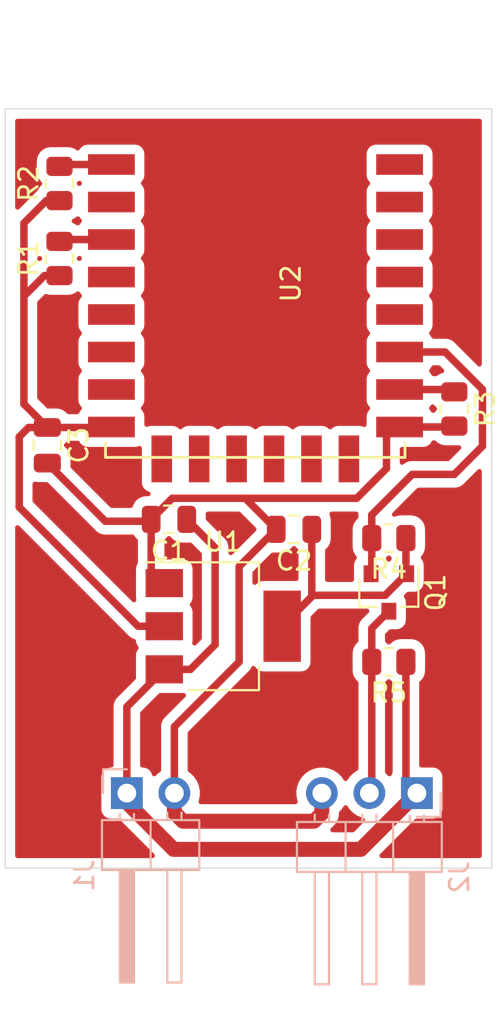
<source format=kicad_pcb>
(kicad_pcb (version 20171130) (host pcbnew "(5.1.10)-1")

  (general
    (thickness 1.6)
    (drawings 6)
    (tracks 77)
    (zones 0)
    (modules 13)
    (nets 19)
  )

  (page A4)
  (layers
    (0 F.Cu signal)
    (31 B.Cu signal)
    (32 B.Adhes user)
    (33 F.Adhes user)
    (34 B.Paste user)
    (35 F.Paste user)
    (36 B.SilkS user)
    (37 F.SilkS user)
    (38 B.Mask user)
    (39 F.Mask user)
    (40 Dwgs.User user)
    (41 Cmts.User user)
    (42 Eco1.User user)
    (43 Eco2.User user)
    (44 Edge.Cuts user)
    (45 Margin user)
    (46 B.CrtYd user)
    (47 F.CrtYd user)
    (48 B.Fab user)
    (49 F.Fab user)
  )

  (setup
    (last_trace_width 0.4)
    (user_trace_width 0.9)
    (trace_clearance 0.2)
    (zone_clearance 0.508)
    (zone_45_only yes)
    (trace_min 0.2)
    (via_size 0.9)
    (via_drill 0.4)
    (via_min_size 0.4)
    (via_min_drill 0.3)
    (uvia_size 0.3)
    (uvia_drill 0.1)
    (uvias_allowed no)
    (uvia_min_size 0.2)
    (uvia_min_drill 0.1)
    (edge_width 0.05)
    (segment_width 0.2)
    (pcb_text_width 0.3)
    (pcb_text_size 1.5 1.5)
    (mod_edge_width 0.12)
    (mod_text_size 1 1)
    (mod_text_width 0.15)
    (pad_size 1.7 1.7)
    (pad_drill 1)
    (pad_to_mask_clearance 0)
    (aux_axis_origin 0 0)
    (visible_elements 7FFFFFFF)
    (pcbplotparams
      (layerselection 0x010fc_ffffffff)
      (usegerberextensions false)
      (usegerberattributes true)
      (usegerberadvancedattributes true)
      (creategerberjobfile true)
      (excludeedgelayer true)
      (linewidth 0.100000)
      (plotframeref false)
      (viasonmask false)
      (mode 1)
      (useauxorigin false)
      (hpglpennumber 1)
      (hpglpenspeed 20)
      (hpglpendiameter 15.000000)
      (psnegative false)
      (psa4output false)
      (plotreference true)
      (plotvalue true)
      (plotinvisibletext false)
      (padsonsilk false)
      (subtractmaskfromsilk false)
      (outputformat 1)
      (mirror false)
      (drillshape 1)
      (scaleselection 1)
      (outputdirectory ""))
  )

  (net 0 "")
  (net 1 +5V)
  (net 2 GND)
  (net 3 "Net-(C2-Pad1)")
  (net 4 "Net-(J2-Pad2)")
  (net 5 "Net-(Q1-Pad2)")
  (net 6 "Net-(R1-Pad2)")
  (net 7 "Net-(R2-Pad2)")
  (net 8 "Net-(R3-Pad1)")
  (net 9 "Net-(U2-Pad2)")
  (net 10 "Net-(U2-Pad4)")
  (net 11 "Net-(U2-Pad5)")
  (net 12 "Net-(U2-Pad6)")
  (net 13 "Net-(U2-Pad7)")
  (net 14 "Net-(U2-Pad12)")
  (net 15 "Net-(U2-Pad13)")
  (net 16 "Net-(U2-Pad14)")
  (net 17 "Net-(U2-Pad15)")
  (net 18 "Net-(U2-Pad16)")

  (net_class Default "This is the default net class."
    (clearance 0.2)
    (trace_width 0.4)
    (via_dia 0.9)
    (via_drill 0.4)
    (uvia_dia 0.3)
    (uvia_drill 0.1)
    (add_net +5V)
    (add_net GND)
    (add_net "Net-(C2-Pad1)")
    (add_net "Net-(J2-Pad2)")
    (add_net "Net-(Q1-Pad2)")
    (add_net "Net-(R1-Pad2)")
    (add_net "Net-(R2-Pad2)")
    (add_net "Net-(R3-Pad1)")
    (add_net "Net-(U2-Pad12)")
    (add_net "Net-(U2-Pad13)")
    (add_net "Net-(U2-Pad14)")
    (add_net "Net-(U2-Pad15)")
    (add_net "Net-(U2-Pad16)")
    (add_net "Net-(U2-Pad2)")
    (add_net "Net-(U2-Pad4)")
    (add_net "Net-(U2-Pad5)")
    (add_net "Net-(U2-Pad6)")
    (add_net "Net-(U2-Pad7)")
  )

  (module Connector_PinHeader_2.54mm:PinHeader_1x03_P2.54mm_Horizontal (layer B.Cu) (tedit 63BEDDBD) (tstamp 63BF14FD)
    (at 42 68.5 90)
    (descr "Through hole angled pin header, 1x03, 2.54mm pitch, 6mm pin length, single row")
    (tags "Through hole angled pin header THT 1x03 2.54mm single row")
    (path /63B65C9C)
    (fp_text reference J2 (at -4.485 2.27 -90) (layer B.SilkS)
      (effects (font (size 1 1) (thickness 0.15)) (justify mirror))
    )
    (fp_text value Conn_01x03_Female (at -4.6 -7.8 -90) (layer B.Fab)
      (effects (font (size 1 1) (thickness 0.15)) (justify mirror))
    )
    (fp_line (start -10.65 1.8) (end 1.7 1.8) (layer B.CrtYd) (width 0.05))
    (fp_line (start -10.65 -6.85) (end -10.65 1.8) (layer B.CrtYd) (width 0.05))
    (fp_line (start 1.7 -6.85) (end -10.65 -6.85) (layer B.CrtYd) (width 0.05))
    (fp_line (start 1.7 1.8) (end 1.7 -6.85) (layer B.CrtYd) (width 0.05))
    (fp_line (start -1.27 1.27) (end 0 1.27) (layer B.SilkS) (width 0.12))
    (fp_line (start -1.27 0) (end -1.27 1.27) (layer B.SilkS) (width 0.12))
    (fp_line (start -1.142929 -5.46) (end -1.54 -5.46) (layer B.SilkS) (width 0.12))
    (fp_line (start -1.142929 -4.7) (end -1.54 -4.7) (layer B.SilkS) (width 0.12))
    (fp_line (start -10.2 -5.46) (end -4.2 -5.46) (layer B.SilkS) (width 0.12))
    (fp_line (start -10.2 -4.7) (end -10.2 -5.46) (layer B.SilkS) (width 0.12))
    (fp_line (start -4.2 -4.7) (end -10.2 -4.7) (layer B.SilkS) (width 0.12))
    (fp_line (start -1.54 -3.81) (end -4.2 -3.81) (layer B.SilkS) (width 0.12))
    (fp_line (start -1.142929 -2.92) (end -1.54 -2.92) (layer B.SilkS) (width 0.12))
    (fp_line (start -1.142929 -2.16) (end -1.54 -2.16) (layer B.SilkS) (width 0.12))
    (fp_line (start -10.2 -2.92) (end -4.2 -2.92) (layer B.SilkS) (width 0.12))
    (fp_line (start -10.2 -2.16) (end -10.2 -2.92) (layer B.SilkS) (width 0.12))
    (fp_line (start -4.2 -2.16) (end -10.2 -2.16) (layer B.SilkS) (width 0.12))
    (fp_line (start -1.54 -1.27) (end -4.2 -1.27) (layer B.SilkS) (width 0.12))
    (fp_line (start -1.21 -0.38) (end -1.54 -0.38) (layer B.SilkS) (width 0.12))
    (fp_line (start -1.21 0.38) (end -1.54 0.38) (layer B.SilkS) (width 0.12))
    (fp_line (start -4.2 -0.28) (end -10.2 -0.28) (layer B.SilkS) (width 0.12))
    (fp_line (start -4.2 -0.16) (end -10.2 -0.16) (layer B.SilkS) (width 0.12))
    (fp_line (start -4.2 -0.04) (end -10.2 -0.04) (layer B.SilkS) (width 0.12))
    (fp_line (start -4.2 0.08) (end -10.2 0.08) (layer B.SilkS) (width 0.12))
    (fp_line (start -4.2 0.2) (end -10.2 0.2) (layer B.SilkS) (width 0.12))
    (fp_line (start -4.2 0.32) (end -10.2 0.32) (layer B.SilkS) (width 0.12))
    (fp_line (start -10.2 -0.38) (end -4.2 -0.38) (layer B.SilkS) (width 0.12))
    (fp_line (start -10.2 0.38) (end -10.2 -0.38) (layer B.SilkS) (width 0.12))
    (fp_line (start -4.2 0.38) (end -10.2 0.38) (layer B.SilkS) (width 0.12))
    (fp_line (start -4.2 1.33) (end -1.54 1.33) (layer B.SilkS) (width 0.12))
    (fp_line (start -4.2 -6.41) (end -4.2 1.33) (layer B.SilkS) (width 0.12))
    (fp_line (start -1.54 -6.41) (end -4.2 -6.41) (layer B.SilkS) (width 0.12))
    (fp_line (start -1.54 1.33) (end -1.54 -6.41) (layer B.SilkS) (width 0.12))
    (fp_line (start -4.14 -5.4) (end -10.14 -5.4) (layer B.Fab) (width 0.1))
    (fp_line (start -10.14 -4.76) (end -10.14 -5.4) (layer B.Fab) (width 0.1))
    (fp_line (start -4.14 -4.76) (end -10.14 -4.76) (layer B.Fab) (width 0.1))
    (fp_line (start 0.22 -5.4) (end -1.6 -5.4) (layer B.Fab) (width 0.1))
    (fp_line (start -0.32 -4.76) (end -0.32 -5.4) (layer B.Fab) (width 0.1))
    (fp_line (start 0.22 -4.76) (end -1.6 -4.76) (layer B.Fab) (width 0.1))
    (fp_line (start -4.14 -2.86) (end -10.14 -2.86) (layer B.Fab) (width 0.1))
    (fp_line (start -10.14 -2.22) (end -10.14 -2.86) (layer B.Fab) (width 0.1))
    (fp_line (start -4.14 -2.22) (end -10.14 -2.22) (layer B.Fab) (width 0.1))
    (fp_line (start 0.22 -2.86) (end -1.6 -2.86) (layer B.Fab) (width 0.1))
    (fp_line (start -0.32 -2.22) (end -0.32 -2.86) (layer B.Fab) (width 0.1))
    (fp_line (start 0.22 -2.22) (end -1.6 -2.22) (layer B.Fab) (width 0.1))
    (fp_line (start -4.14 -0.32) (end -10.14 -0.32) (layer B.Fab) (width 0.1))
    (fp_line (start -10.14 0.32) (end -10.14 -0.32) (layer B.Fab) (width 0.1))
    (fp_line (start -4.14 0.32) (end -10.14 0.32) (layer B.Fab) (width 0.1))
    (fp_line (start 0.22 -0.32) (end -1.6 -0.32) (layer B.Fab) (width 0.1))
    (fp_line (start -0.32 0.32) (end -0.32 -0.32) (layer B.Fab) (width 0.1))
    (fp_line (start 0.22 0.32) (end -1.6 0.32) (layer B.Fab) (width 0.1))
    (fp_line (start -1.6 0.635) (end -2.235 1.27) (layer B.Fab) (width 0.1))
    (fp_line (start -1.6 -6.35) (end -1.6 0.635) (layer B.Fab) (width 0.1))
    (fp_line (start -4.14 -6.35) (end -1.6 -6.35) (layer B.Fab) (width 0.1))
    (fp_line (start -4.14 1.27) (end -4.14 -6.35) (layer B.Fab) (width 0.1))
    (fp_line (start -2.235 1.27) (end -4.14 1.27) (layer B.Fab) (width 0.1))
    (fp_text user %R (at -2.87 -2.54 180) (layer B.Fab)
      (effects (font (size 1 1) (thickness 0.15)) (justify mirror))
    )
    (pad 1 thru_hole rect (at 0 0 90) (size 1.7 1.7) (drill 1) (layers *.Cu *.Mask)
      (net 1 +5V))
    (pad 2 thru_hole oval (at 0 -2.54 90) (size 1.7 1.7) (drill 1) (layers *.Cu *.Mask)
      (net 4 "Net-(J2-Pad2)"))
    (pad 3 thru_hole oval (at 0 -5.08 90) (size 1.7 1.7) (drill 1) (layers *.Cu *.Mask)
      (net 2 GND))
    (model ${KISYS3DMOD}/Connector_PinHeader_2.54mm.3dshapes/PinHeader_1x03_P2.54mm_Horizontal.wrl
      (offset (xyz 0 -5 0))
      (scale (xyz 1 1 1))
      (rotate (xyz 0 0 -180))
    )
  )

  (module Connector_PinHeader_2.54mm:PinHeader_1x02_P2.54mm_Horizontal (layer B.Cu) (tedit 59FED5CB) (tstamp 63BF14CB)
    (at 26.5 68.5 270)
    (descr "Through hole angled pin header, 1x02, 2.54mm pitch, 6mm pin length, single row")
    (tags "Through hole angled pin header THT 1x02 2.54mm single row")
    (path /63B638D6)
    (fp_text reference J1 (at 4.385 2.27 270) (layer B.SilkS)
      (effects (font (size 1 1) (thickness 0.15)) (justify mirror))
    )
    (fp_text value Conn_01x02_Female (at 4.385 -4.81 270) (layer B.Fab)
      (effects (font (size 1 1) (thickness 0.15)) (justify mirror))
    )
    (fp_line (start 10.55 1.8) (end -1.8 1.8) (layer B.CrtYd) (width 0.05))
    (fp_line (start 10.55 -4.35) (end 10.55 1.8) (layer B.CrtYd) (width 0.05))
    (fp_line (start -1.8 -4.35) (end 10.55 -4.35) (layer B.CrtYd) (width 0.05))
    (fp_line (start -1.8 1.8) (end -1.8 -4.35) (layer B.CrtYd) (width 0.05))
    (fp_line (start -1.27 1.27) (end 0 1.27) (layer B.SilkS) (width 0.12))
    (fp_line (start -1.27 0) (end -1.27 1.27) (layer B.SilkS) (width 0.12))
    (fp_line (start 1.042929 -2.92) (end 1.44 -2.92) (layer B.SilkS) (width 0.12))
    (fp_line (start 1.042929 -2.16) (end 1.44 -2.16) (layer B.SilkS) (width 0.12))
    (fp_line (start 10.1 -2.92) (end 4.1 -2.92) (layer B.SilkS) (width 0.12))
    (fp_line (start 10.1 -2.16) (end 10.1 -2.92) (layer B.SilkS) (width 0.12))
    (fp_line (start 4.1 -2.16) (end 10.1 -2.16) (layer B.SilkS) (width 0.12))
    (fp_line (start 1.44 -1.27) (end 4.1 -1.27) (layer B.SilkS) (width 0.12))
    (fp_line (start 1.11 -0.38) (end 1.44 -0.38) (layer B.SilkS) (width 0.12))
    (fp_line (start 1.11 0.38) (end 1.44 0.38) (layer B.SilkS) (width 0.12))
    (fp_line (start 4.1 -0.28) (end 10.1 -0.28) (layer B.SilkS) (width 0.12))
    (fp_line (start 4.1 -0.16) (end 10.1 -0.16) (layer B.SilkS) (width 0.12))
    (fp_line (start 4.1 -0.04) (end 10.1 -0.04) (layer B.SilkS) (width 0.12))
    (fp_line (start 4.1 0.08) (end 10.1 0.08) (layer B.SilkS) (width 0.12))
    (fp_line (start 4.1 0.2) (end 10.1 0.2) (layer B.SilkS) (width 0.12))
    (fp_line (start 4.1 0.32) (end 10.1 0.32) (layer B.SilkS) (width 0.12))
    (fp_line (start 10.1 -0.38) (end 4.1 -0.38) (layer B.SilkS) (width 0.12))
    (fp_line (start 10.1 0.38) (end 10.1 -0.38) (layer B.SilkS) (width 0.12))
    (fp_line (start 4.1 0.38) (end 10.1 0.38) (layer B.SilkS) (width 0.12))
    (fp_line (start 4.1 1.33) (end 1.44 1.33) (layer B.SilkS) (width 0.12))
    (fp_line (start 4.1 -3.87) (end 4.1 1.33) (layer B.SilkS) (width 0.12))
    (fp_line (start 1.44 -3.87) (end 4.1 -3.87) (layer B.SilkS) (width 0.12))
    (fp_line (start 1.44 1.33) (end 1.44 -3.87) (layer B.SilkS) (width 0.12))
    (fp_line (start 4.04 -2.86) (end 10.04 -2.86) (layer B.Fab) (width 0.1))
    (fp_line (start 10.04 -2.22) (end 10.04 -2.86) (layer B.Fab) (width 0.1))
    (fp_line (start 4.04 -2.22) (end 10.04 -2.22) (layer B.Fab) (width 0.1))
    (fp_line (start -0.32 -2.86) (end 1.5 -2.86) (layer B.Fab) (width 0.1))
    (fp_line (start -0.32 -2.22) (end -0.32 -2.86) (layer B.Fab) (width 0.1))
    (fp_line (start -0.32 -2.22) (end 1.5 -2.22) (layer B.Fab) (width 0.1))
    (fp_line (start 4.04 -0.32) (end 10.04 -0.32) (layer B.Fab) (width 0.1))
    (fp_line (start 10.04 0.32) (end 10.04 -0.32) (layer B.Fab) (width 0.1))
    (fp_line (start 4.04 0.32) (end 10.04 0.32) (layer B.Fab) (width 0.1))
    (fp_line (start -0.32 -0.32) (end 1.5 -0.32) (layer B.Fab) (width 0.1))
    (fp_line (start -0.32 0.32) (end -0.32 -0.32) (layer B.Fab) (width 0.1))
    (fp_line (start -0.32 0.32) (end 1.5 0.32) (layer B.Fab) (width 0.1))
    (fp_line (start 1.5 0.635) (end 2.135 1.27) (layer B.Fab) (width 0.1))
    (fp_line (start 1.5 -3.81) (end 1.5 0.635) (layer B.Fab) (width 0.1))
    (fp_line (start 4.04 -3.81) (end 1.5 -3.81) (layer B.Fab) (width 0.1))
    (fp_line (start 4.04 1.27) (end 4.04 -3.81) (layer B.Fab) (width 0.1))
    (fp_line (start 2.135 1.27) (end 4.04 1.27) (layer B.Fab) (width 0.1))
    (fp_text user %R (at 2.77 -1.27) (layer B.Fab)
      (effects (font (size 1 1) (thickness 0.15)) (justify mirror))
    )
    (pad 1 thru_hole rect (at 0 0 270) (size 1.7 1.7) (drill 1) (layers *.Cu *.Mask)
      (net 1 +5V))
    (pad 2 thru_hole oval (at 0 -2.54 270) (size 1.7 1.7) (drill 1) (layers *.Cu *.Mask)
      (net 2 GND))
    (model ${KISYS3DMOD}/Connector_PinHeader_2.54mm.3dshapes/PinHeader_1x02_P2.54mm_Horizontal.wrl
      (at (xyz 0 0 0))
      (scale (xyz 1 1 1))
      (rotate (xyz 0 0 0))
    )
  )

  (module Capacitor_SMD:C_0805_2012Metric (layer F.Cu) (tedit 5F68FEEE) (tstamp 63B547BA)
    (at 28.75 53.9 180)
    (descr "Capacitor SMD 0805 (2012 Metric), square (rectangular) end terminal, IPC_7351 nominal, (Body size source: IPC-SM-782 page 76, https://www.pcb-3d.com/wordpress/wp-content/uploads/ipc-sm-782a_amendment_1_and_2.pdf, https://docs.google.com/spreadsheets/d/1BsfQQcO9C6DZCsRaXUlFlo91Tg2WpOkGARC1WS5S8t0/edit?usp=sharing), generated with kicad-footprint-generator")
    (tags capacitor)
    (path /63B5360C)
    (attr smd)
    (fp_text reference C1 (at 0 -1.68) (layer F.SilkS)
      (effects (font (size 1 1) (thickness 0.15)))
    )
    (fp_text value 100 (at 0 1.68) (layer F.Fab)
      (effects (font (size 1 1) (thickness 0.15)))
    )
    (fp_line (start -1 0.625) (end -1 -0.625) (layer F.Fab) (width 0.1))
    (fp_line (start -1 -0.625) (end 1 -0.625) (layer F.Fab) (width 0.1))
    (fp_line (start 1 -0.625) (end 1 0.625) (layer F.Fab) (width 0.1))
    (fp_line (start 1 0.625) (end -1 0.625) (layer F.Fab) (width 0.1))
    (fp_line (start -0.261252 -0.735) (end 0.261252 -0.735) (layer F.SilkS) (width 0.12))
    (fp_line (start -0.261252 0.735) (end 0.261252 0.735) (layer F.SilkS) (width 0.12))
    (fp_line (start -1.7 0.98) (end -1.7 -0.98) (layer F.CrtYd) (width 0.05))
    (fp_line (start -1.7 -0.98) (end 1.7 -0.98) (layer F.CrtYd) (width 0.05))
    (fp_line (start 1.7 -0.98) (end 1.7 0.98) (layer F.CrtYd) (width 0.05))
    (fp_line (start 1.7 0.98) (end -1.7 0.98) (layer F.CrtYd) (width 0.05))
    (fp_text user %R (at 0 0 180) (layer F.Fab)
      (effects (font (size 0.5 0.5) (thickness 0.08)))
    )
    (pad 1 smd roundrect (at -0.95 0 180) (size 1 1.45) (layers F.Cu F.Paste F.Mask) (roundrect_rratio 0.25)
      (net 1 +5V))
    (pad 2 smd roundrect (at 0.95 0 180) (size 1 1.45) (layers F.Cu F.Paste F.Mask) (roundrect_rratio 0.25)
      (net 2 GND))
    (model ${KISYS3DMOD}/Capacitor_SMD.3dshapes/C_0805_2012Metric.wrl
      (at (xyz 0 0 0))
      (scale (xyz 1 1 1))
      (rotate (xyz 0 0 0))
    )
  )

  (module Capacitor_SMD:C_0805_2012Metric (layer F.Cu) (tedit 5F68FEEE) (tstamp 63B547CB)
    (at 35.433 54.4322 180)
    (descr "Capacitor SMD 0805 (2012 Metric), square (rectangular) end terminal, IPC_7351 nominal, (Body size source: IPC-SM-782 page 76, https://www.pcb-3d.com/wordpress/wp-content/uploads/ipc-sm-782a_amendment_1_and_2.pdf, https://docs.google.com/spreadsheets/d/1BsfQQcO9C6DZCsRaXUlFlo91Tg2WpOkGARC1WS5S8t0/edit?usp=sharing), generated with kicad-footprint-generator")
    (tags capacitor)
    (path /63B53F6E)
    (attr smd)
    (fp_text reference C2 (at 0 -1.68) (layer F.SilkS)
      (effects (font (size 1 1) (thickness 0.15)))
    )
    (fp_text value 100 (at 0 1.68) (layer F.Fab)
      (effects (font (size 1 1) (thickness 0.15)))
    )
    (fp_line (start 1.7 0.98) (end -1.7 0.98) (layer F.CrtYd) (width 0.05))
    (fp_line (start 1.7 -0.98) (end 1.7 0.98) (layer F.CrtYd) (width 0.05))
    (fp_line (start -1.7 -0.98) (end 1.7 -0.98) (layer F.CrtYd) (width 0.05))
    (fp_line (start -1.7 0.98) (end -1.7 -0.98) (layer F.CrtYd) (width 0.05))
    (fp_line (start -0.261252 0.735) (end 0.261252 0.735) (layer F.SilkS) (width 0.12))
    (fp_line (start -0.261252 -0.735) (end 0.261252 -0.735) (layer F.SilkS) (width 0.12))
    (fp_line (start 1 0.625) (end -1 0.625) (layer F.Fab) (width 0.1))
    (fp_line (start 1 -0.625) (end 1 0.625) (layer F.Fab) (width 0.1))
    (fp_line (start -1 -0.625) (end 1 -0.625) (layer F.Fab) (width 0.1))
    (fp_line (start -1 0.625) (end -1 -0.625) (layer F.Fab) (width 0.1))
    (fp_text user %R (at 0 0) (layer F.Fab)
      (effects (font (size 0.5 0.5) (thickness 0.08)))
    )
    (pad 2 smd roundrect (at 0.95 0 180) (size 1 1.45) (layers F.Cu F.Paste F.Mask) (roundrect_rratio 0.25)
      (net 2 GND))
    (pad 1 smd roundrect (at -0.95 0 180) (size 1 1.45) (layers F.Cu F.Paste F.Mask) (roundrect_rratio 0.25)
      (net 3 "Net-(C2-Pad1)"))
    (model ${KISYS3DMOD}/Capacitor_SMD.3dshapes/C_0805_2012Metric.wrl
      (at (xyz 0 0 0))
      (scale (xyz 1 1 1))
      (rotate (xyz 0 0 0))
    )
  )

  (module Capacitor_SMD:C_0805_2012Metric (layer F.Cu) (tedit 5F68FEEE) (tstamp 63B547DC)
    (at 22.25 49.95 270)
    (descr "Capacitor SMD 0805 (2012 Metric), square (rectangular) end terminal, IPC_7351 nominal, (Body size source: IPC-SM-782 page 76, https://www.pcb-3d.com/wordpress/wp-content/uploads/ipc-sm-782a_amendment_1_and_2.pdf, https://docs.google.com/spreadsheets/d/1BsfQQcO9C6DZCsRaXUlFlo91Tg2WpOkGARC1WS5S8t0/edit?usp=sharing), generated with kicad-footprint-generator")
    (tags capacitor)
    (path /63B5450B)
    (attr smd)
    (fp_text reference C3 (at 0 -1.68 90) (layer F.SilkS)
      (effects (font (size 1 1) (thickness 0.15)))
    )
    (fp_text value 100 (at 0 1.68 90) (layer F.Fab)
      (effects (font (size 1 1) (thickness 0.15)))
    )
    (fp_line (start -1 0.625) (end -1 -0.625) (layer F.Fab) (width 0.1))
    (fp_line (start -1 -0.625) (end 1 -0.625) (layer F.Fab) (width 0.1))
    (fp_line (start 1 -0.625) (end 1 0.625) (layer F.Fab) (width 0.1))
    (fp_line (start 1 0.625) (end -1 0.625) (layer F.Fab) (width 0.1))
    (fp_line (start -0.261252 -0.735) (end 0.261252 -0.735) (layer F.SilkS) (width 0.12))
    (fp_line (start -0.261252 0.735) (end 0.261252 0.735) (layer F.SilkS) (width 0.12))
    (fp_line (start -1.7 0.98) (end -1.7 -0.98) (layer F.CrtYd) (width 0.05))
    (fp_line (start -1.7 -0.98) (end 1.7 -0.98) (layer F.CrtYd) (width 0.05))
    (fp_line (start 1.7 -0.98) (end 1.7 0.98) (layer F.CrtYd) (width 0.05))
    (fp_line (start 1.7 0.98) (end -1.7 0.98) (layer F.CrtYd) (width 0.05))
    (fp_text user %R (at 0 0 90) (layer F.Fab)
      (effects (font (size 0.5 0.5) (thickness 0.08)))
    )
    (pad 1 smd roundrect (at -0.95 0 270) (size 1 1.45) (layers F.Cu F.Paste F.Mask) (roundrect_rratio 0.25)
      (net 3 "Net-(C2-Pad1)"))
    (pad 2 smd roundrect (at 0.95 0 270) (size 1 1.45) (layers F.Cu F.Paste F.Mask) (roundrect_rratio 0.25)
      (net 2 GND))
    (model ${KISYS3DMOD}/Capacitor_SMD.3dshapes/C_0805_2012Metric.wrl
      (at (xyz 0 0 0))
      (scale (xyz 1 1 1))
      (rotate (xyz 0 0 0))
    )
  )

  (module Package_TO_SOT_SMD:SOT-23 (layer F.Cu) (tedit 5A02FF57) (tstamp 63B5481E)
    (at 40.5 57.8 270)
    (descr "SOT-23, Standard")
    (tags SOT-23)
    (path /63B4DBC0)
    (attr smd)
    (fp_text reference Q1 (at 0 -2.5 90) (layer F.SilkS)
      (effects (font (size 1 1) (thickness 0.15)))
    )
    (fp_text value BSS138 (at 0 2.5 90) (layer F.Fab)
      (effects (font (size 1 1) (thickness 0.15)))
    )
    (fp_line (start -0.7 -0.95) (end -0.7 1.5) (layer F.Fab) (width 0.1))
    (fp_line (start -0.15 -1.52) (end 0.7 -1.52) (layer F.Fab) (width 0.1))
    (fp_line (start -0.7 -0.95) (end -0.15 -1.52) (layer F.Fab) (width 0.1))
    (fp_line (start 0.7 -1.52) (end 0.7 1.52) (layer F.Fab) (width 0.1))
    (fp_line (start -0.7 1.52) (end 0.7 1.52) (layer F.Fab) (width 0.1))
    (fp_line (start 0.76 1.58) (end 0.76 0.65) (layer F.SilkS) (width 0.12))
    (fp_line (start 0.76 -1.58) (end 0.76 -0.65) (layer F.SilkS) (width 0.12))
    (fp_line (start -1.7 -1.75) (end 1.7 -1.75) (layer F.CrtYd) (width 0.05))
    (fp_line (start 1.7 -1.75) (end 1.7 1.75) (layer F.CrtYd) (width 0.05))
    (fp_line (start 1.7 1.75) (end -1.7 1.75) (layer F.CrtYd) (width 0.05))
    (fp_line (start -1.7 1.75) (end -1.7 -1.75) (layer F.CrtYd) (width 0.05))
    (fp_line (start 0.76 -1.58) (end -1.4 -1.58) (layer F.SilkS) (width 0.12))
    (fp_line (start 0.76 1.58) (end -0.7 1.58) (layer F.SilkS) (width 0.12))
    (fp_text user %R (at 0 0) (layer F.Fab)
      (effects (font (size 0.5 0.5) (thickness 0.075)))
    )
    (pad 1 smd rect (at -1 -0.95 270) (size 0.9 0.8) (layers F.Cu F.Paste F.Mask)
      (net 3 "Net-(C2-Pad1)"))
    (pad 2 smd rect (at -1 0.95 270) (size 0.9 0.8) (layers F.Cu F.Paste F.Mask)
      (net 5 "Net-(Q1-Pad2)"))
    (pad 3 smd rect (at 1 0 270) (size 0.9 0.8) (layers F.Cu F.Paste F.Mask)
      (net 4 "Net-(J2-Pad2)"))
    (model ${KISYS3DMOD}/Package_TO_SOT_SMD.3dshapes/SOT-23.wrl
      (at (xyz 0 0 0))
      (scale (xyz 1 1 1))
      (rotate (xyz 0 0 0))
    )
  )

  (module Resistor_SMD:R_0805_2012Metric (layer F.Cu) (tedit 5F68FEEE) (tstamp 63B5482F)
    (at 22.9 39.9875 90)
    (descr "Resistor SMD 0805 (2012 Metric), square (rectangular) end terminal, IPC_7351 nominal, (Body size source: IPC-SM-782 page 72, https://www.pcb-3d.com/wordpress/wp-content/uploads/ipc-sm-782a_amendment_1_and_2.pdf), generated with kicad-footprint-generator")
    (tags resistor)
    (path /63B5241C)
    (attr smd)
    (fp_text reference R1 (at 0 -1.65 90) (layer F.SilkS)
      (effects (font (size 1 1) (thickness 0.15)))
    )
    (fp_text value 4k7 (at 0 1.65 90) (layer F.Fab)
      (effects (font (size 1 1) (thickness 0.15)))
    )
    (fp_line (start -1 0.625) (end -1 -0.625) (layer F.Fab) (width 0.1))
    (fp_line (start -1 -0.625) (end 1 -0.625) (layer F.Fab) (width 0.1))
    (fp_line (start 1 -0.625) (end 1 0.625) (layer F.Fab) (width 0.1))
    (fp_line (start 1 0.625) (end -1 0.625) (layer F.Fab) (width 0.1))
    (fp_line (start -0.227064 -0.735) (end 0.227064 -0.735) (layer F.SilkS) (width 0.12))
    (fp_line (start -0.227064 0.735) (end 0.227064 0.735) (layer F.SilkS) (width 0.12))
    (fp_line (start -1.68 0.95) (end -1.68 -0.95) (layer F.CrtYd) (width 0.05))
    (fp_line (start -1.68 -0.95) (end 1.68 -0.95) (layer F.CrtYd) (width 0.05))
    (fp_line (start 1.68 -0.95) (end 1.68 0.95) (layer F.CrtYd) (width 0.05))
    (fp_line (start 1.68 0.95) (end -1.68 0.95) (layer F.CrtYd) (width 0.05))
    (fp_text user %R (at 0 0 90) (layer F.Fab)
      (effects (font (size 0.5 0.5) (thickness 0.08)))
    )
    (pad 1 smd roundrect (at -0.9125 0 90) (size 1.025 1.4) (layers F.Cu F.Paste F.Mask) (roundrect_rratio 0.243902)
      (net 3 "Net-(C2-Pad1)"))
    (pad 2 smd roundrect (at 0.9125 0 90) (size 1.025 1.4) (layers F.Cu F.Paste F.Mask) (roundrect_rratio 0.243902)
      (net 6 "Net-(R1-Pad2)"))
    (model ${KISYS3DMOD}/Resistor_SMD.3dshapes/R_0805_2012Metric.wrl
      (at (xyz 0 0 0))
      (scale (xyz 1 1 1))
      (rotate (xyz 0 0 0))
    )
  )

  (module Resistor_SMD:R_0805_2012Metric (layer F.Cu) (tedit 5F68FEEE) (tstamp 63B54840)
    (at 22.9 35.9875 90)
    (descr "Resistor SMD 0805 (2012 Metric), square (rectangular) end terminal, IPC_7351 nominal, (Body size source: IPC-SM-782 page 72, https://www.pcb-3d.com/wordpress/wp-content/uploads/ipc-sm-782a_amendment_1_and_2.pdf), generated with kicad-footprint-generator")
    (tags resistor)
    (path /63B515F8)
    (attr smd)
    (fp_text reference R2 (at 0 -1.65 90) (layer F.SilkS)
      (effects (font (size 1 1) (thickness 0.15)))
    )
    (fp_text value 4k7 (at 0 1.65 90) (layer F.Fab)
      (effects (font (size 1 1) (thickness 0.15)))
    )
    (fp_line (start 1.68 0.95) (end -1.68 0.95) (layer F.CrtYd) (width 0.05))
    (fp_line (start 1.68 -0.95) (end 1.68 0.95) (layer F.CrtYd) (width 0.05))
    (fp_line (start -1.68 -0.95) (end 1.68 -0.95) (layer F.CrtYd) (width 0.05))
    (fp_line (start -1.68 0.95) (end -1.68 -0.95) (layer F.CrtYd) (width 0.05))
    (fp_line (start -0.227064 0.735) (end 0.227064 0.735) (layer F.SilkS) (width 0.12))
    (fp_line (start -0.227064 -0.735) (end 0.227064 -0.735) (layer F.SilkS) (width 0.12))
    (fp_line (start 1 0.625) (end -1 0.625) (layer F.Fab) (width 0.1))
    (fp_line (start 1 -0.625) (end 1 0.625) (layer F.Fab) (width 0.1))
    (fp_line (start -1 -0.625) (end 1 -0.625) (layer F.Fab) (width 0.1))
    (fp_line (start -1 0.625) (end -1 -0.625) (layer F.Fab) (width 0.1))
    (fp_text user %R (at 0 0 90) (layer F.Fab)
      (effects (font (size 0.5 0.5) (thickness 0.08)))
    )
    (pad 2 smd roundrect (at 0.9125 0 90) (size 1.025 1.4) (layers F.Cu F.Paste F.Mask) (roundrect_rratio 0.243902)
      (net 7 "Net-(R2-Pad2)"))
    (pad 1 smd roundrect (at -0.9125 0 90) (size 1.025 1.4) (layers F.Cu F.Paste F.Mask) (roundrect_rratio 0.243902)
      (net 3 "Net-(C2-Pad1)"))
    (model ${KISYS3DMOD}/Resistor_SMD.3dshapes/R_0805_2012Metric.wrl
      (at (xyz 0 0 0))
      (scale (xyz 1 1 1))
      (rotate (xyz 0 0 0))
    )
  )

  (module Resistor_SMD:R_0805_2012Metric (layer F.Cu) (tedit 5F68FEEE) (tstamp 63B57215)
    (at 44 48.0125 270)
    (descr "Resistor SMD 0805 (2012 Metric), square (rectangular) end terminal, IPC_7351 nominal, (Body size source: IPC-SM-782 page 72, https://www.pcb-3d.com/wordpress/wp-content/uploads/ipc-sm-782a_amendment_1_and_2.pdf), generated with kicad-footprint-generator")
    (tags resistor)
    (path /63B50F76)
    (attr smd)
    (fp_text reference R3 (at 0 -1.65 90) (layer F.SilkS)
      (effects (font (size 1 1) (thickness 0.15)))
    )
    (fp_text value 4k7 (at 0 1.65 90) (layer F.Fab)
      (effects (font (size 1 1) (thickness 0.15)))
    )
    (fp_line (start -1 0.625) (end -1 -0.625) (layer F.Fab) (width 0.1))
    (fp_line (start -1 -0.625) (end 1 -0.625) (layer F.Fab) (width 0.1))
    (fp_line (start 1 -0.625) (end 1 0.625) (layer F.Fab) (width 0.1))
    (fp_line (start 1 0.625) (end -1 0.625) (layer F.Fab) (width 0.1))
    (fp_line (start -0.227064 -0.735) (end 0.227064 -0.735) (layer F.SilkS) (width 0.12))
    (fp_line (start -0.227064 0.735) (end 0.227064 0.735) (layer F.SilkS) (width 0.12))
    (fp_line (start -1.68 0.95) (end -1.68 -0.95) (layer F.CrtYd) (width 0.05))
    (fp_line (start -1.68 -0.95) (end 1.68 -0.95) (layer F.CrtYd) (width 0.05))
    (fp_line (start 1.68 -0.95) (end 1.68 0.95) (layer F.CrtYd) (width 0.05))
    (fp_line (start 1.68 0.95) (end -1.68 0.95) (layer F.CrtYd) (width 0.05))
    (fp_text user %R (at 0 0 90) (layer F.Fab)
      (effects (font (size 0.5 0.5) (thickness 0.08)))
    )
    (pad 1 smd roundrect (at -0.9125 0 270) (size 1.025 1.4) (layers F.Cu F.Paste F.Mask) (roundrect_rratio 0.243902)
      (net 8 "Net-(R3-Pad1)"))
    (pad 2 smd roundrect (at 0.9125 0 270) (size 1.025 1.4) (layers F.Cu F.Paste F.Mask) (roundrect_rratio 0.243902)
      (net 2 GND))
    (model ${KISYS3DMOD}/Resistor_SMD.3dshapes/R_0805_2012Metric.wrl
      (at (xyz 0 0 0))
      (scale (xyz 1 1 1))
      (rotate (xyz 0 0 0))
    )
  )

  (module Resistor_SMD:R_0805_2012Metric (layer F.Cu) (tedit 5F68FEEE) (tstamp 63B54862)
    (at 40.5 54.9 180)
    (descr "Resistor SMD 0805 (2012 Metric), square (rectangular) end terminal, IPC_7351 nominal, (Body size source: IPC-SM-782 page 72, https://www.pcb-3d.com/wordpress/wp-content/uploads/ipc-sm-782a_amendment_1_and_2.pdf), generated with kicad-footprint-generator")
    (tags resistor)
    (path /63B52F7E)
    (attr smd)
    (fp_text reference R4 (at 0 -1.65) (layer F.SilkS)
      (effects (font (size 1 1) (thickness 0.15)))
    )
    (fp_text value 10k (at 0 1.65) (layer F.Fab)
      (effects (font (size 1 1) (thickness 0.15)))
    )
    (fp_line (start -1 0.625) (end -1 -0.625) (layer F.Fab) (width 0.1))
    (fp_line (start -1 -0.625) (end 1 -0.625) (layer F.Fab) (width 0.1))
    (fp_line (start 1 -0.625) (end 1 0.625) (layer F.Fab) (width 0.1))
    (fp_line (start 1 0.625) (end -1 0.625) (layer F.Fab) (width 0.1))
    (fp_line (start -0.227064 -0.735) (end 0.227064 -0.735) (layer F.SilkS) (width 0.12))
    (fp_line (start -0.227064 0.735) (end 0.227064 0.735) (layer F.SilkS) (width 0.12))
    (fp_line (start -1.68 0.95) (end -1.68 -0.95) (layer F.CrtYd) (width 0.05))
    (fp_line (start -1.68 -0.95) (end 1.68 -0.95) (layer F.CrtYd) (width 0.05))
    (fp_line (start 1.68 -0.95) (end 1.68 0.95) (layer F.CrtYd) (width 0.05))
    (fp_line (start 1.68 0.95) (end -1.68 0.95) (layer F.CrtYd) (width 0.05))
    (fp_text user %R (at 0 0) (layer F.Fab)
      (effects (font (size 0.5 0.5) (thickness 0.08)))
    )
    (pad 1 smd roundrect (at -0.9125 0 180) (size 1.025 1.4) (layers F.Cu F.Paste F.Mask) (roundrect_rratio 0.243902)
      (net 3 "Net-(C2-Pad1)"))
    (pad 2 smd roundrect (at 0.9125 0 180) (size 1.025 1.4) (layers F.Cu F.Paste F.Mask) (roundrect_rratio 0.243902)
      (net 5 "Net-(Q1-Pad2)"))
    (model ${KISYS3DMOD}/Resistor_SMD.3dshapes/R_0805_2012Metric.wrl
      (at (xyz 0 0 0))
      (scale (xyz 1 1 1))
      (rotate (xyz 0 0 0))
    )
  )

  (module Resistor_SMD:R_0805_2012Metric (layer F.Cu) (tedit 5F68FEEE) (tstamp 63B54873)
    (at 40.5 61.5 180)
    (descr "Resistor SMD 0805 (2012 Metric), square (rectangular) end terminal, IPC_7351 nominal, (Body size source: IPC-SM-782 page 72, https://www.pcb-3d.com/wordpress/wp-content/uploads/ipc-sm-782a_amendment_1_and_2.pdf), generated with kicad-footprint-generator")
    (tags resistor)
    (path /63B5278A)
    (attr smd)
    (fp_text reference R5 (at 0 -1.65) (layer F.SilkS)
      (effects (font (size 1 1) (thickness 0.15)))
    )
    (fp_text value 10k (at 0 1.65) (layer F.Fab)
      (effects (font (size 1 1) (thickness 0.15)))
    )
    (fp_line (start 1.68 0.95) (end -1.68 0.95) (layer F.CrtYd) (width 0.05))
    (fp_line (start 1.68 -0.95) (end 1.68 0.95) (layer F.CrtYd) (width 0.05))
    (fp_line (start -1.68 -0.95) (end 1.68 -0.95) (layer F.CrtYd) (width 0.05))
    (fp_line (start -1.68 0.95) (end -1.68 -0.95) (layer F.CrtYd) (width 0.05))
    (fp_line (start -0.227064 0.735) (end 0.227064 0.735) (layer F.SilkS) (width 0.12))
    (fp_line (start -0.227064 -0.735) (end 0.227064 -0.735) (layer F.SilkS) (width 0.12))
    (fp_line (start 1 0.625) (end -1 0.625) (layer F.Fab) (width 0.1))
    (fp_line (start 1 -0.625) (end 1 0.625) (layer F.Fab) (width 0.1))
    (fp_line (start -1 -0.625) (end 1 -0.625) (layer F.Fab) (width 0.1))
    (fp_line (start -1 0.625) (end -1 -0.625) (layer F.Fab) (width 0.1))
    (fp_text user %R (at 0 0) (layer F.Fab)
      (effects (font (size 0.5 0.5) (thickness 0.08)))
    )
    (pad 2 smd roundrect (at 0.9125 0 180) (size 1.025 1.4) (layers F.Cu F.Paste F.Mask) (roundrect_rratio 0.243902)
      (net 4 "Net-(J2-Pad2)"))
    (pad 1 smd roundrect (at -0.9125 0 180) (size 1.025 1.4) (layers F.Cu F.Paste F.Mask) (roundrect_rratio 0.243902)
      (net 1 +5V))
    (model ${KISYS3DMOD}/Resistor_SMD.3dshapes/R_0805_2012Metric.wrl
      (at (xyz 0 0 0))
      (scale (xyz 1 1 1))
      (rotate (xyz 0 0 0))
    )
  )

  (module Package_TO_SOT_SMD:SOT-223-3_TabPin2 (layer F.Cu) (tedit 5A02FF57) (tstamp 63B54889)
    (at 31.65 59.6)
    (descr "module CMS SOT223 4 pins")
    (tags "CMS SOT")
    (path /63B4C767)
    (attr smd)
    (fp_text reference U1 (at 0 -4.5) (layer F.SilkS)
      (effects (font (size 1 1) (thickness 0.15)))
    )
    (fp_text value AMS1117-3.3 (at 0 4.5) (layer F.Fab)
      (effects (font (size 1 1) (thickness 0.15)))
    )
    (fp_line (start 1.91 3.41) (end 1.91 2.15) (layer F.SilkS) (width 0.12))
    (fp_line (start 1.91 -3.41) (end 1.91 -2.15) (layer F.SilkS) (width 0.12))
    (fp_line (start 4.4 -3.6) (end -4.4 -3.6) (layer F.CrtYd) (width 0.05))
    (fp_line (start 4.4 3.6) (end 4.4 -3.6) (layer F.CrtYd) (width 0.05))
    (fp_line (start -4.4 3.6) (end 4.4 3.6) (layer F.CrtYd) (width 0.05))
    (fp_line (start -4.4 -3.6) (end -4.4 3.6) (layer F.CrtYd) (width 0.05))
    (fp_line (start -1.85 -2.35) (end -0.85 -3.35) (layer F.Fab) (width 0.1))
    (fp_line (start -1.85 -2.35) (end -1.85 3.35) (layer F.Fab) (width 0.1))
    (fp_line (start -1.85 3.41) (end 1.91 3.41) (layer F.SilkS) (width 0.12))
    (fp_line (start -0.85 -3.35) (end 1.85 -3.35) (layer F.Fab) (width 0.1))
    (fp_line (start -4.1 -3.41) (end 1.91 -3.41) (layer F.SilkS) (width 0.12))
    (fp_line (start -1.85 3.35) (end 1.85 3.35) (layer F.Fab) (width 0.1))
    (fp_line (start 1.85 -3.35) (end 1.85 3.35) (layer F.Fab) (width 0.1))
    (fp_text user %R (at 0 0 90) (layer F.Fab)
      (effects (font (size 0.8 0.8) (thickness 0.12)))
    )
    (pad 2 smd rect (at 3.15 0) (size 2 3.8) (layers F.Cu F.Paste F.Mask)
      (net 3 "Net-(C2-Pad1)"))
    (pad 2 smd rect (at -3.15 0) (size 2 1.5) (layers F.Cu F.Paste F.Mask)
      (net 3 "Net-(C2-Pad1)"))
    (pad 3 smd rect (at -3.15 2.3) (size 2 1.5) (layers F.Cu F.Paste F.Mask)
      (net 1 +5V))
    (pad 1 smd rect (at -3.15 -2.3) (size 2 1.5) (layers F.Cu F.Paste F.Mask)
      (net 2 GND))
    (model ${KISYS3DMOD}/Package_TO_SOT_SMD.3dshapes/SOT-223.wrl
      (at (xyz 0 0 0))
      (scale (xyz 1 1 1))
      (rotate (xyz 0 0 0))
    )
  )

  (module esp8266:ESP-12E_SMD (layer F.Cu) (tedit 58FB7FFE) (tstamp 63B548B7)
    (at 26.375001 34.975001)
    (descr "Module, ESP-8266, ESP-12, 16 pad, SMD")
    (tags "Module ESP-8266 ESP8266")
    (path /63B4B7A1)
    (fp_text reference U2 (at 8.89 6.35 90) (layer F.SilkS)
      (effects (font (size 1 1) (thickness 0.15)))
    )
    (fp_text value ESP-12 (at 5.08 6.35 90) (layer F.Fab) hide
      (effects (font (size 1 1) (thickness 0.15)))
    )
    (fp_line (start -2.25 -0.5) (end -2.25 -8.75) (layer F.CrtYd) (width 0.05))
    (fp_line (start -2.25 -8.75) (end 15.25 -8.75) (layer F.CrtYd) (width 0.05))
    (fp_line (start 15.25 -8.75) (end 16.25 -8.75) (layer F.CrtYd) (width 0.05))
    (fp_line (start 16.25 -8.75) (end 16.25 16) (layer F.CrtYd) (width 0.05))
    (fp_line (start 16.25 16) (end -2.25 16) (layer F.CrtYd) (width 0.05))
    (fp_line (start -2.25 16) (end -2.25 -0.5) (layer F.CrtYd) (width 0.05))
    (fp_line (start -1.016 -8.382) (end 14.986 -8.382) (layer F.CrtYd) (width 0.1524))
    (fp_line (start 14.986 -8.382) (end 14.986 -0.889) (layer F.CrtYd) (width 0.1524))
    (fp_line (start -1.016 -8.382) (end -1.016 -1.016) (layer F.CrtYd) (width 0.1524))
    (fp_line (start -1.016 14.859) (end -1.016 15.621) (layer F.SilkS) (width 0.1524))
    (fp_line (start -1.016 15.621) (end 14.986 15.621) (layer F.SilkS) (width 0.1524))
    (fp_line (start 14.986 15.621) (end 14.986 14.859) (layer F.SilkS) (width 0.1524))
    (fp_line (start 14.992 -8.4) (end -1.008 -2.6) (layer F.CrtYd) (width 0.1524))
    (fp_line (start -1.008 -8.4) (end 14.992 -2.6) (layer F.CrtYd) (width 0.1524))
    (fp_line (start -1.008 -2.6) (end 14.992 -2.6) (layer F.CrtYd) (width 0.1524))
    (fp_line (start 15 -8.4) (end 15 15.6) (layer F.Fab) (width 0.05))
    (fp_line (start 14.992 15.6) (end -1.008 15.6) (layer F.Fab) (width 0.05))
    (fp_line (start -1.008 15.6) (end -1.008 -8.4) (layer F.Fab) (width 0.05))
    (fp_line (start -1.008 -8.4) (end 14.992 -8.4) (layer F.Fab) (width 0.05))
    (fp_text user "No Copper" (at 6.892 -5.4) (layer F.CrtYd)
      (effects (font (size 1 1) (thickness 0.15)))
    )
    (pad 1 smd rect (at 0 0) (size 2.5 1.1) (drill (offset -0.7 0)) (layers F.Cu F.Paste F.Mask)
      (net 7 "Net-(R2-Pad2)"))
    (pad 2 smd rect (at 0 2) (size 2.5 1.1) (drill (offset -0.7 0)) (layers F.Cu F.Paste F.Mask)
      (net 9 "Net-(U2-Pad2)"))
    (pad 3 smd rect (at 0 4) (size 2.5 1.1) (drill (offset -0.7 0)) (layers F.Cu F.Paste F.Mask)
      (net 6 "Net-(R1-Pad2)"))
    (pad 4 smd rect (at 0 6) (size 2.5 1.1) (drill (offset -0.7 0)) (layers F.Cu F.Paste F.Mask)
      (net 10 "Net-(U2-Pad4)"))
    (pad 5 smd rect (at 0 8) (size 2.5 1.1) (drill (offset -0.7 0)) (layers F.Cu F.Paste F.Mask)
      (net 11 "Net-(U2-Pad5)"))
    (pad 6 smd rect (at 0 10) (size 2.5 1.1) (drill (offset -0.7 0)) (layers F.Cu F.Paste F.Mask)
      (net 12 "Net-(U2-Pad6)"))
    (pad 7 smd rect (at 0 12) (size 2.5 1.1) (drill (offset -0.7 0)) (layers F.Cu F.Paste F.Mask)
      (net 13 "Net-(U2-Pad7)"))
    (pad 8 smd rect (at 0 14) (size 2.5 1.1) (drill (offset -0.7 0)) (layers F.Cu F.Paste F.Mask)
      (net 3 "Net-(C2-Pad1)"))
    (pad 9 smd rect (at 14 14) (size 2.5 1.1) (drill (offset 0.7 0)) (layers F.Cu F.Paste F.Mask)
      (net 2 GND))
    (pad 10 smd rect (at 14 12) (size 2.5 1.1) (drill (offset 0.7 0)) (layers F.Cu F.Paste F.Mask)
      (net 8 "Net-(R3-Pad1)"))
    (pad 11 smd rect (at 14 10) (size 2.5 1.1) (drill (offset 0.7 0)) (layers F.Cu F.Paste F.Mask)
      (net 5 "Net-(Q1-Pad2)"))
    (pad 12 smd rect (at 14 8) (size 2.5 1.1) (drill (offset 0.7 0)) (layers F.Cu F.Paste F.Mask)
      (net 14 "Net-(U2-Pad12)"))
    (pad 13 smd rect (at 14 6) (size 2.5 1.1) (drill (offset 0.7 0)) (layers F.Cu F.Paste F.Mask)
      (net 15 "Net-(U2-Pad13)"))
    (pad 14 smd rect (at 14 4) (size 2.5 1.1) (drill (offset 0.7 0)) (layers F.Cu F.Paste F.Mask)
      (net 16 "Net-(U2-Pad14)"))
    (pad 15 smd rect (at 14 2) (size 2.5 1.1) (drill (offset 0.7 0)) (layers F.Cu F.Paste F.Mask)
      (net 17 "Net-(U2-Pad15)"))
    (pad 16 smd rect (at 14 0) (size 2.5 1.1) (drill (offset 0.7 0)) (layers F.Cu F.Paste F.Mask)
      (net 18 "Net-(U2-Pad16)"))
    (pad 17 smd rect (at 1.99 15 90) (size 2.5 1.1) (drill (offset -0.7 0)) (layers F.Cu F.Paste F.Mask))
    (pad 18 smd rect (at 3.99 15 90) (size 2.5 1.1) (drill (offset -0.7 0)) (layers F.Cu F.Paste F.Mask))
    (pad 19 smd rect (at 5.99 15 90) (size 2.5 1.1) (drill (offset -0.7 0)) (layers F.Cu F.Paste F.Mask))
    (pad 20 smd rect (at 7.99 15 90) (size 2.5 1.1) (drill (offset -0.7 0)) (layers F.Cu F.Paste F.Mask))
    (pad 21 smd rect (at 9.99 15 90) (size 2.5 1.1) (drill (offset -0.7 0)) (layers F.Cu F.Paste F.Mask))
    (pad 22 smd rect (at 11.99 15 90) (size 2.5 1.1) (drill (offset -0.7 0)) (layers F.Cu F.Paste F.Mask))
    (model ${ESPLIB}/ESP8266.3dshapes/ESP-12.wrl
      (at (xyz 0 0 0))
      (scale (xyz 0.3937 0.3937 0.3937))
      (rotate (xyz 0 0 0))
    )
  )

  (gr_line (start 46 72.5) (end 46 68) (layer Edge.Cuts) (width 0.05) (tstamp 63B57CC3))
  (gr_line (start 20 72.5) (end 46 72.5) (layer Edge.Cuts) (width 0.05))
  (gr_line (start 20 68) (end 20 72.5) (layer Edge.Cuts) (width 0.05))
  (gr_line (start 20 32) (end 46 32) (layer Edge.Cuts) (width 0.05) (tstamp 63B564BC))
  (gr_line (start 46 32) (end 46 68) (layer Edge.Cuts) (width 0.05))
  (gr_line (start 20 68) (end 20 32) (layer Edge.Cuts) (width 0.05) (tstamp 63B56463))

  (segment (start 29.7 53.9) (end 31.2166 55.4166) (width 0.4) (layer F.Cu) (net 1))
  (segment (start 29.9 61.9) (end 28.5 61.9) (width 0.4) (layer F.Cu) (net 1))
  (segment (start 31.2166 60.5834) (end 29.9 61.9) (width 0.4) (layer F.Cu) (net 1))
  (segment (start 31.2166 55.4166) (end 31.2166 60.5834) (width 0.4) (layer F.Cu) (net 1))
  (segment (start 26.5 63.9) (end 28.5 61.9) (width 0.4) (layer F.Cu) (net 1))
  (segment (start 26.5 68.5) (end 26.5 63.9) (width 0.4) (layer F.Cu) (net 1))
  (segment (start 41.4125 67.9125) (end 42 68.5) (width 0.4) (layer F.Cu) (net 1))
  (segment (start 41.4125 61.5) (end 41.4125 67.9125) (width 0.4) (layer F.Cu) (net 1))
  (segment (start 26.5 68.5) (end 26.5 69) (width 0.8) (layer F.Cu) (net 1))
  (segment (start 26.5 69) (end 29 71.5) (width 0.8) (layer F.Cu) (net 1))
  (segment (start 39 71.5) (end 42 68.5) (width 0.8) (layer F.Cu) (net 1))
  (segment (start 29 71.5) (end 39 71.5) (width 0.8) (layer F.Cu) (net 1))
  (segment (start 22.25 50.9) (end 25.35 54) (width 0.4) (layer F.Cu) (net 2))
  (segment (start 27.7 54) (end 27.8 53.9) (width 0.4) (layer F.Cu) (net 2))
  (segment (start 25.35 54) (end 27.7 54) (width 0.4) (layer F.Cu) (net 2))
  (segment (start 43.949999 48.975001) (end 44 48.925) (width 0.4) (layer F.Cu) (net 2))
  (segment (start 40.375001 48.975001) (end 43.949999 48.975001) (width 0.4) (layer F.Cu) (net 2))
  (segment (start 27.8 56.6) (end 28.5 57.3) (width 0.4) (layer F.Cu) (net 2))
  (segment (start 27.8 53.9) (end 27.8 56.6) (width 0.4) (layer F.Cu) (net 2))
  (segment (start 28.25 57.55) (end 28.5 57.3) (width 0.4) (layer F.Cu) (net 2))
  (segment (start 40.375001 51.185003) (end 40.375001 48.975001) (width 0.4) (layer F.Cu) (net 2))
  (segment (start 38.785014 52.77499) (end 40.375001 51.185003) (width 0.4) (layer F.Cu) (net 2))
  (segment (start 27.8 53.9) (end 28.92501 52.77499) (width 0.4) (layer F.Cu) (net 2))
  (segment (start 32.84841 52.79761) (end 32.84841 52.77499) (width 0.4) (layer F.Cu) (net 2))
  (segment (start 34.483 54.4322) (end 32.84841 52.79761) (width 0.4) (layer F.Cu) (net 2))
  (segment (start 32.84841 52.77499) (end 38.785014 52.77499) (width 0.4) (layer F.Cu) (net 2))
  (segment (start 28.92501 52.77499) (end 32.84841 52.77499) (width 0.4) (layer F.Cu) (net 2))
  (segment (start 29.04 68.5) (end 29.04 64.96) (width 0.4) (layer F.Cu) (net 2))
  (segment (start 29.04 64.96) (end 32.5 61.5) (width 0.4) (layer F.Cu) (net 2))
  (segment (start 32.5 56.4152) (end 34.483 54.4322) (width 0.4) (layer F.Cu) (net 2))
  (segment (start 32.5 61.5) (end 32.5 56.4152) (width 0.4) (layer F.Cu) (net 2))
  (segment (start 29.04 68.5) (end 29.04 69.54) (width 0.8) (layer F.Cu) (net 2))
  (segment (start 29.04 69.54) (end 29.5 70) (width 0.8) (layer F.Cu) (net 2))
  (segment (start 29.5 70) (end 36.5 70) (width 0.8) (layer F.Cu) (net 2))
  (segment (start 36.92 69.58) (end 36.92 68.5) (width 0.8) (layer F.Cu) (net 2))
  (segment (start 36.5 70) (end 36.92 69.58) (width 0.8) (layer F.Cu) (net 2))
  (segment (start 22.2 36.9) (end 21 38.1) (width 0.4) (layer F.Cu) (net 3))
  (segment (start 22.9 36.9) (end 22.2 36.9) (width 0.4) (layer F.Cu) (net 3))
  (segment (start 21 47.75) (end 22.25 49) (width 0.4) (layer F.Cu) (net 3))
  (segment (start 22.9 40.9) (end 22.1 40.9) (width 0.4) (layer F.Cu) (net 3))
  (segment (start 22.1 40.9) (end 21 42) (width 0.4) (layer F.Cu) (net 3))
  (segment (start 21 42) (end 21 47.75) (width 0.4) (layer F.Cu) (net 3))
  (segment (start 21 38.1) (end 21 42) (width 0.4) (layer F.Cu) (net 3))
  (segment (start 26.350002 49) (end 26.375001 48.975001) (width 0.4) (layer F.Cu) (net 3))
  (segment (start 22.25 49) (end 26.350002 49) (width 0.4) (layer F.Cu) (net 3))
  (segment (start 41.4125 56.7625) (end 41.45 56.8) (width 0.4) (layer F.Cu) (net 3))
  (segment (start 41.4125 54.9) (end 41.4125 56.7625) (width 0.4) (layer F.Cu) (net 3))
  (segment (start 40.300001 57.949999) (end 41.45 56.8) (width 0.4) (layer F.Cu) (net 3))
  (segment (start 36.450001 57.949999) (end 40.300001 57.949999) (width 0.4) (layer F.Cu) (net 3))
  (segment (start 34.8 59.6) (end 36.450001 57.949999) (width 0.4) (layer F.Cu) (net 3))
  (segment (start 28.331 59.431) (end 28.5 59.6) (width 0.4) (layer F.Cu) (net 3))
  (segment (start 36.383 58.017) (end 34.8 59.6) (width 0.4) (layer F.Cu) (net 3))
  (segment (start 36.383 54.4322) (end 36.383 58.017) (width 0.4) (layer F.Cu) (net 3))
  (segment (start 22.25 49) (end 21.25 49) (width 0.4) (layer F.Cu) (net 3))
  (segment (start 21.25 49) (end 20.75 49.5) (width 0.4) (layer F.Cu) (net 3))
  (segment (start 27.1 59.6) (end 28.5 59.6) (width 0.4) (layer F.Cu) (net 3))
  (segment (start 20.75 53.25) (end 27.1 59.6) (width 0.4) (layer F.Cu) (net 3))
  (segment (start 20.75 49.5) (end 20.75 53.25) (width 0.4) (layer F.Cu) (net 3))
  (segment (start 39.5875 68.3725) (end 39.46 68.5) (width 0.4) (layer F.Cu) (net 4))
  (segment (start 39.5875 61.5) (end 39.5875 68.3725) (width 0.4) (layer F.Cu) (net 4))
  (segment (start 39.5875 59.7125) (end 40.5 58.8) (width 0.4) (layer F.Cu) (net 4))
  (segment (start 39.5875 61.5) (end 39.5875 59.7125) (width 0.4) (layer F.Cu) (net 4))
  (segment (start 39.5875 56.7625) (end 39.55 56.8) (width 0.4) (layer F.Cu) (net 5))
  (segment (start 39.5875 54.9) (end 39.5875 56.7625) (width 0.4) (layer F.Cu) (net 5))
  (segment (start 39.5875 54.9) (end 39.5875 53.6625) (width 0.4) (layer F.Cu) (net 5))
  (segment (start 39.5875 53.6625) (end 41.75 51.5) (width 0.4) (layer F.Cu) (net 5))
  (segment (start 41.75 51.5) (end 44 51.5) (width 0.4) (layer F.Cu) (net 5))
  (segment (start 44 51.5) (end 45.5 50) (width 0.4) (layer F.Cu) (net 5))
  (segment (start 43.506757 44.975001) (end 40.375001 44.975001) (width 0.4) (layer F.Cu) (net 5))
  (segment (start 45.5 46.968244) (end 43.506757 44.975001) (width 0.4) (layer F.Cu) (net 5))
  (segment (start 45.5 50) (end 45.5 46.968244) (width 0.4) (layer F.Cu) (net 5))
  (segment (start 22.999999 38.975001) (end 22.9 39.075) (width 0.4) (layer F.Cu) (net 6))
  (segment (start 26.375001 38.975001) (end 22.999999 38.975001) (width 0.4) (layer F.Cu) (net 6))
  (segment (start 22.999999 34.975001) (end 22.9 35.075) (width 0.4) (layer F.Cu) (net 7))
  (segment (start 26.375001 34.975001) (end 22.999999 34.975001) (width 0.4) (layer F.Cu) (net 7))
  (segment (start 43.875001 46.975001) (end 44 47.1) (width 0.4) (layer F.Cu) (net 8))
  (segment (start 40.375001 46.975001) (end 43.875001 46.975001) (width 0.4) (layer F.Cu) (net 8))

  (zone (net 0) (net_name "") (layer F.Cu) (tstamp 0) (hatch edge 0.508)
    (connect_pads (clearance 0.508))
    (min_thickness 0.254)
    (fill yes (arc_segments 32) (thermal_gap 0.508) (thermal_bridge_width 0.508))
    (polygon
      (pts
        (xy 46 72.5) (xy 20 72.5) (xy 20 32) (xy 46 32)
      )
    )
    (filled_polygon
      (pts
        (xy 45.340001 67.967581) (xy 45.34 71.84) (xy 40.12371 71.84) (xy 41.975639 69.988072) (xy 42.85 69.988072)
        (xy 42.974482 69.975812) (xy 43.09418 69.939502) (xy 43.204494 69.880537) (xy 43.301185 69.801185) (xy 43.380537 69.704494)
        (xy 43.439502 69.59418) (xy 43.475812 69.474482) (xy 43.488072 69.35) (xy 43.488072 67.65) (xy 43.475812 67.525518)
        (xy 43.439502 67.40582) (xy 43.380537 67.295506) (xy 43.301185 67.198815) (xy 43.204494 67.119463) (xy 43.09418 67.060498)
        (xy 42.974482 67.024188) (xy 42.85 67.011928) (xy 42.2475 67.011928) (xy 42.2475 62.623479) (xy 42.302962 62.577962)
        (xy 42.413405 62.443387) (xy 42.495472 62.289851) (xy 42.546008 62.123255) (xy 42.563072 61.950001) (xy 42.563072 61.049999)
        (xy 42.546008 60.876745) (xy 42.495472 60.710149) (xy 42.413405 60.556613) (xy 42.302962 60.422038) (xy 42.168387 60.311595)
        (xy 42.014851 60.229528) (xy 41.848255 60.178992) (xy 41.675001 60.161928) (xy 41.149999 60.161928) (xy 40.976745 60.178992)
        (xy 40.810149 60.229528) (xy 40.656613 60.311595) (xy 40.522038 60.422038) (xy 40.5 60.448891) (xy 40.477962 60.422038)
        (xy 40.4225 60.376521) (xy 40.4225 60.058368) (xy 40.592796 59.888072) (xy 40.9 59.888072) (xy 41.024482 59.875812)
        (xy 41.14418 59.839502) (xy 41.254494 59.780537) (xy 41.351185 59.701185) (xy 41.430537 59.604494) (xy 41.489502 59.49418)
        (xy 41.525812 59.374482) (xy 41.538072 59.25) (xy 41.538072 58.35) (xy 41.525812 58.225518) (xy 41.489502 58.10582)
        (xy 41.432218 57.99865) (xy 41.542796 57.888072) (xy 41.85 57.888072) (xy 41.974482 57.875812) (xy 42.09418 57.839502)
        (xy 42.204494 57.780537) (xy 42.301185 57.701185) (xy 42.380537 57.604494) (xy 42.439502 57.49418) (xy 42.475812 57.374482)
        (xy 42.488072 57.25) (xy 42.488072 56.35) (xy 42.475812 56.225518) (xy 42.439502 56.10582) (xy 42.380537 55.995506)
        (xy 42.334551 55.939471) (xy 42.413405 55.843387) (xy 42.495472 55.689851) (xy 42.546008 55.523255) (xy 42.563072 55.350001)
        (xy 42.563072 54.449999) (xy 42.546008 54.276745) (xy 42.495472 54.110149) (xy 42.413405 53.956613) (xy 42.302962 53.822038)
        (xy 42.168387 53.711595) (xy 42.014851 53.629528) (xy 41.848255 53.578992) (xy 41.675001 53.561928) (xy 41.149999 53.561928)
        (xy 40.976745 53.578992) (xy 40.810149 53.629528) (xy 40.791224 53.639644) (xy 42.095869 52.335) (xy 43.958982 52.335)
        (xy 44 52.33904) (xy 44.041018 52.335) (xy 44.041019 52.335) (xy 44.163689 52.322918) (xy 44.321087 52.275172)
        (xy 44.466146 52.197636) (xy 44.593291 52.093291) (xy 44.619446 52.061421) (xy 45.340001 51.340867)
      )
    )
    (filled_polygon
      (pts
        (xy 26.480559 60.161427) (xy 26.506709 60.193291) (xy 26.590814 60.262314) (xy 26.633854 60.297636) (xy 26.778913 60.375172)
        (xy 26.86704 60.401905) (xy 26.874188 60.474482) (xy 26.910498 60.59418) (xy 26.969463 60.704494) (xy 27.006809 60.75)
        (xy 26.969463 60.795506) (xy 26.910498 60.90582) (xy 26.874188 61.025518) (xy 26.861928 61.15) (xy 26.861928 62.357205)
        (xy 25.938574 63.280559) (xy 25.90671 63.306709) (xy 25.880562 63.338571) (xy 25.802364 63.433855) (xy 25.724828 63.578914)
        (xy 25.677082 63.736312) (xy 25.66096 63.9) (xy 25.665001 63.941028) (xy 25.665 67.011928) (xy 25.65 67.011928)
        (xy 25.525518 67.024188) (xy 25.40582 67.060498) (xy 25.295506 67.119463) (xy 25.198815 67.198815) (xy 25.119463 67.295506)
        (xy 25.060498 67.40582) (xy 25.024188 67.525518) (xy 25.011928 67.65) (xy 25.011928 69.35) (xy 25.024188 69.474482)
        (xy 25.060498 69.59418) (xy 25.119463 69.704494) (xy 25.198815 69.801185) (xy 25.295506 69.880537) (xy 25.40582 69.939502)
        (xy 25.525518 69.975812) (xy 25.65 69.988072) (xy 26.024362 69.988072) (xy 27.876289 71.84) (xy 20.66 71.84)
        (xy 20.66 54.340867)
      )
    )
    (filled_polygon
      (pts
        (xy 38.306525 69.446632) (xy 38.513368 69.653475) (xy 38.756589 69.81599) (xy 39.026842 69.927932) (xy 39.094833 69.941456)
        (xy 38.57129 70.465) (xy 37.49871 70.465) (xy 37.615903 70.347807) (xy 37.655396 70.315396) (xy 37.784734 70.157797)
        (xy 37.880841 69.977993) (xy 37.940024 69.782895) (xy 37.955 69.630838) (xy 37.955 69.630835) (xy 37.960007 69.58)
        (xy 37.958223 69.561884) (xy 38.073475 69.446632) (xy 38.19 69.27224)
      )
    )
    (filled_polygon
      (pts
        (xy 39.026074 59.093059) (xy 38.99421 59.119209) (xy 38.968062 59.151071) (xy 38.889864 59.246355) (xy 38.812328 59.391414)
        (xy 38.764582 59.548812) (xy 38.74846 59.7125) (xy 38.752501 59.753528) (xy 38.752501 60.376521) (xy 38.697038 60.422038)
        (xy 38.586595 60.556613) (xy 38.504528 60.710149) (xy 38.453992 60.876745) (xy 38.436928 61.049999) (xy 38.436928 61.950001)
        (xy 38.453992 62.123255) (xy 38.504528 62.289851) (xy 38.586595 62.443387) (xy 38.697038 62.577962) (xy 38.7525 62.623479)
        (xy 38.752501 67.186742) (xy 38.513368 67.346525) (xy 38.306525 67.553368) (xy 38.19 67.72776) (xy 38.073475 67.553368)
        (xy 37.866632 67.346525) (xy 37.623411 67.18401) (xy 37.353158 67.072068) (xy 37.06626 67.015) (xy 36.77374 67.015)
        (xy 36.486842 67.072068) (xy 36.216589 67.18401) (xy 35.973368 67.346525) (xy 35.766525 67.553368) (xy 35.60401 67.796589)
        (xy 35.492068 68.066842) (xy 35.435 68.35374) (xy 35.435 68.64626) (xy 35.492068 68.933158) (xy 35.505257 68.965)
        (xy 30.454743 68.965) (xy 30.467932 68.933158) (xy 30.525 68.64626) (xy 30.525 68.35374) (xy 30.467932 68.066842)
        (xy 30.35599 67.796589) (xy 30.193475 67.553368) (xy 29.986632 67.346525) (xy 29.875 67.271935) (xy 29.875 65.305867)
        (xy 33.061433 62.119436) (xy 33.093291 62.093291) (xy 33.197636 61.966146) (xy 33.263389 61.843131) (xy 33.269463 61.854494)
        (xy 33.348815 61.951185) (xy 33.445506 62.030537) (xy 33.55582 62.089502) (xy 33.675518 62.125812) (xy 33.8 62.138072)
        (xy 35.8 62.138072) (xy 35.924482 62.125812) (xy 36.04418 62.089502) (xy 36.154494 62.030537) (xy 36.251185 61.951185)
        (xy 36.330537 61.854494) (xy 36.389502 61.74418) (xy 36.425812 61.624482) (xy 36.438072 61.5) (xy 36.438072 59.142796)
        (xy 36.79587 58.784999) (xy 39.334133 58.784999)
      )
    )
    (filled_polygon
      (pts
        (xy 28.478574 64.340559) (xy 28.44671 64.366709) (xy 28.420562 64.398571) (xy 28.342364 64.493855) (xy 28.264828 64.638914)
        (xy 28.217082 64.796312) (xy 28.20096 64.96) (xy 28.205001 65.001028) (xy 28.205 67.271935) (xy 28.093368 67.346525)
        (xy 27.961513 67.47838) (xy 27.939502 67.40582) (xy 27.880537 67.295506) (xy 27.801185 67.198815) (xy 27.704494 67.119463)
        (xy 27.59418 67.060498) (xy 27.474482 67.024188) (xy 27.35 67.011928) (xy 27.335 67.011928) (xy 27.335 64.245867)
        (xy 28.292796 63.288072) (xy 29.5 63.288072) (xy 29.534454 63.284679)
      )
    )
    (filled_polygon
      (pts
        (xy 40.522038 62.577962) (xy 40.5775 62.623479) (xy 40.577501 67.37401) (xy 40.560498 67.40582) (xy 40.538487 67.47838)
        (xy 40.4225 67.362393) (xy 40.4225 62.623479) (xy 40.477962 62.577962) (xy 40.5 62.551109)
      )
    )
    (filled_polygon
      (pts
        (xy 28.822038 55.002962) (xy 28.956614 55.113405) (xy 29.11015 55.195472) (xy 29.276746 55.246008) (xy 29.45 55.263072)
        (xy 29.882204 55.263072) (xy 30.3816 55.762468) (xy 30.381601 60.23753) (xy 30.117609 60.501522) (xy 30.125812 60.474482)
        (xy 30.138072 60.35) (xy 30.138072 58.85) (xy 30.125812 58.725518) (xy 30.089502 58.60582) (xy 30.030537 58.495506)
        (xy 29.993191 58.45) (xy 30.030537 58.404494) (xy 30.089502 58.29418) (xy 30.125812 58.174482) (xy 30.138072 58.05)
        (xy 30.138072 56.55) (xy 30.125812 56.425518) (xy 30.089502 56.30582) (xy 30.030537 56.195506) (xy 29.951185 56.098815)
        (xy 29.854494 56.019463) (xy 29.74418 55.960498) (xy 29.624482 55.924188) (xy 29.5 55.911928) (xy 28.635 55.911928)
        (xy 28.635 55.03822) (xy 28.677962 55.002962) (xy 28.75 54.915183)
      )
    )
    (filled_polygon
      (pts
        (xy 21.601746 52.021008) (xy 21.775 52.038072) (xy 22.207205 52.038072) (xy 24.730559 54.561427) (xy 24.756709 54.593291)
        (xy 24.883854 54.697636) (xy 25.028913 54.775172) (xy 25.186311 54.822918) (xy 25.349999 54.83904) (xy 25.391018 54.835)
        (xy 26.79375 54.835) (xy 26.811595 54.868386) (xy 26.922038 55.002962) (xy 26.965 55.03822) (xy 26.965001 56.203854)
        (xy 26.910498 56.30582) (xy 26.874188 56.425518) (xy 26.861928 56.55) (xy 26.861928 58.05) (xy 26.874188 58.174482)
        (xy 26.882391 58.201523) (xy 21.585 52.904133) (xy 21.585 52.015928)
      )
    )
    (filled_polygon
      (pts
        (xy 35.505038 55.535162) (xy 35.548 55.57042) (xy 35.548001 57.061928) (xy 33.8 57.061928) (xy 33.675518 57.074188)
        (xy 33.55582 57.110498) (xy 33.445506 57.169463) (xy 33.348815 57.248815) (xy 33.335 57.265649) (xy 33.335 56.761067)
        (xy 34.300796 55.795272) (xy 34.733 55.795272) (xy 34.906254 55.778208) (xy 35.07285 55.727672) (xy 35.226386 55.645605)
        (xy 35.360962 55.535162) (xy 35.433 55.447383)
      )
    )
    (filled_polygon
      (pts
        (xy 38.753539 53.61093) (xy 38.74846 53.6625) (xy 38.752501 53.703528) (xy 38.752501 53.776521) (xy 38.697038 53.822038)
        (xy 38.586595 53.956613) (xy 38.504528 54.110149) (xy 38.453992 54.276745) (xy 38.436928 54.449999) (xy 38.436928 55.350001)
        (xy 38.453992 55.523255) (xy 38.504528 55.689851) (xy 38.586595 55.843387) (xy 38.665449 55.939471) (xy 38.619463 55.995506)
        (xy 38.560498 56.10582) (xy 38.524188 56.225518) (xy 38.511928 56.35) (xy 38.511928 57.114999) (xy 37.218 57.114999)
        (xy 37.218 55.57042) (xy 37.260962 55.535162) (xy 37.371405 55.400586) (xy 37.453472 55.24705) (xy 37.504008 55.080454)
        (xy 37.521072 54.9072) (xy 37.521072 53.9572) (xy 37.504008 53.783946) (xy 37.453472 53.61735) (xy 37.449538 53.60999)
        (xy 38.743996 53.60999)
      )
    )
    (filled_polygon
      (pts
        (xy 40.522038 55.977962) (xy 40.529103 55.98376) (xy 40.519463 55.995506) (xy 40.5 56.031918) (xy 40.480537 55.995506)
        (xy 40.470897 55.98376) (xy 40.477962 55.977962) (xy 40.5 55.951109)
      )
    )
    (filled_polygon
      (pts
        (xy 33.302132 54.4322) (xy 32.0516 55.682733) (xy 32.0516 55.457607) (xy 32.055639 55.416599) (xy 32.0516 55.375591)
        (xy 32.0516 55.375581) (xy 32.039518 55.252911) (xy 31.991772 55.095513) (xy 31.914236 54.950454) (xy 31.809891 54.823309)
        (xy 31.778028 54.79716) (xy 30.838072 53.857205) (xy 30.838072 53.60999) (xy 32.479923 53.60999)
      )
    )
    (filled_polygon
      (pts
        (xy 23.894464 49.879495) (xy 23.973816 49.976186) (xy 24.070507 50.055538) (xy 24.180821 50.114503) (xy 24.300519 50.150813)
        (xy 24.425001 50.163073) (xy 26.925001 50.163073) (xy 27.049483 50.150813) (xy 27.169181 50.114503) (xy 27.176929 50.110362)
        (xy 27.176929 51.925001) (xy 27.189189 52.049483) (xy 27.225499 52.169181) (xy 27.284464 52.279495) (xy 27.363816 52.376186)
        (xy 27.460507 52.455538) (xy 27.570821 52.514503) (xy 27.644746 52.536928) (xy 27.55 52.536928) (xy 27.376746 52.553992)
        (xy 27.21015 52.604528) (xy 27.056614 52.686595) (xy 26.922038 52.797038) (xy 26.811595 52.931614) (xy 26.729528 53.08515)
        (xy 26.705306 53.165) (xy 25.695868 53.165) (xy 23.613072 51.082205) (xy 23.613072 50.65) (xy 23.596008 50.476746)
        (xy 23.545472 50.31015) (xy 23.463405 50.156614) (xy 23.352962 50.022038) (xy 23.265183 49.95) (xy 23.352962 49.877962)
        (xy 23.38822 49.835) (xy 23.870681 49.835)
      )
    )
    (filled_polygon
      (pts
        (xy 42.922038 49.815462) (xy 43.056613 49.925905) (xy 43.210149 50.007972) (xy 43.376745 50.058508) (xy 43.549999 50.075572)
        (xy 44.24356 50.075572) (xy 43.654133 50.665) (xy 41.791018 50.665) (xy 41.75 50.66096) (xy 41.708981 50.665)
        (xy 41.586311 50.677082) (xy 41.428913 50.724828) (xy 41.283854 50.802364) (xy 41.210001 50.862973) (xy 41.210001 50.163073)
        (xy 42.325001 50.163073) (xy 42.449483 50.150813) (xy 42.569181 50.114503) (xy 42.679495 50.055538) (xy 42.776186 49.976186)
        (xy 42.855538 49.879495) (xy 42.892684 49.810001) (xy 42.917556 49.810001)
      )
    )
    (filled_polygon
      (pts
        (xy 45.34 45.627377) (xy 44.126203 44.41358) (xy 44.100048 44.38171) (xy 43.972903 44.277365) (xy 43.827844 44.199829)
        (xy 43.670446 44.152083) (xy 43.547776 44.140001) (xy 43.547775 44.140001) (xy 43.506757 44.135961) (xy 43.465739 44.140001)
        (xy 42.892684 44.140001) (xy 42.855538 44.070507) (xy 42.777159 43.975001) (xy 42.855538 43.879495) (xy 42.914503 43.769181)
        (xy 42.950813 43.649483) (xy 42.963073 43.525001) (xy 42.963073 42.425001) (xy 42.950813 42.300519) (xy 42.914503 42.180821)
        (xy 42.855538 42.070507) (xy 42.777159 41.975001) (xy 42.855538 41.879495) (xy 42.914503 41.769181) (xy 42.950813 41.649483)
        (xy 42.963073 41.525001) (xy 42.963073 40.425001) (xy 42.950813 40.300519) (xy 42.914503 40.180821) (xy 42.855538 40.070507)
        (xy 42.777159 39.975001) (xy 42.855538 39.879495) (xy 42.914503 39.769181) (xy 42.950813 39.649483) (xy 42.963073 39.525001)
        (xy 42.963073 38.425001) (xy 42.950813 38.300519) (xy 42.914503 38.180821) (xy 42.855538 38.070507) (xy 42.777159 37.975001)
        (xy 42.855538 37.879495) (xy 42.914503 37.769181) (xy 42.950813 37.649483) (xy 42.963073 37.525001) (xy 42.963073 36.425001)
        (xy 42.950813 36.300519) (xy 42.914503 36.180821) (xy 42.855538 36.070507) (xy 42.777159 35.975001) (xy 42.855538 35.879495)
        (xy 42.914503 35.769181) (xy 42.950813 35.649483) (xy 42.963073 35.525001) (xy 42.963073 34.425001) (xy 42.950813 34.300519)
        (xy 42.914503 34.180821) (xy 42.855538 34.070507) (xy 42.776186 33.973816) (xy 42.679495 33.894464) (xy 42.569181 33.835499)
        (xy 42.449483 33.799189) (xy 42.325001 33.786929) (xy 39.825001 33.786929) (xy 39.700519 33.799189) (xy 39.580821 33.835499)
        (xy 39.470507 33.894464) (xy 39.373816 33.973816) (xy 39.294464 34.070507) (xy 39.235499 34.180821) (xy 39.199189 34.300519)
        (xy 39.186929 34.425001) (xy 39.186929 35.525001) (xy 39.199189 35.649483) (xy 39.235499 35.769181) (xy 39.294464 35.879495)
        (xy 39.372843 35.975001) (xy 39.294464 36.070507) (xy 39.235499 36.180821) (xy 39.199189 36.300519) (xy 39.186929 36.425001)
        (xy 39.186929 37.525001) (xy 39.199189 37.649483) (xy 39.235499 37.769181) (xy 39.294464 37.879495) (xy 39.372843 37.975001)
        (xy 39.294464 38.070507) (xy 39.235499 38.180821) (xy 39.199189 38.300519) (xy 39.186929 38.425001) (xy 39.186929 39.525001)
        (xy 39.199189 39.649483) (xy 39.235499 39.769181) (xy 39.294464 39.879495) (xy 39.372843 39.975001) (xy 39.294464 40.070507)
        (xy 39.235499 40.180821) (xy 39.199189 40.300519) (xy 39.186929 40.425001) (xy 39.186929 41.525001) (xy 39.199189 41.649483)
        (xy 39.235499 41.769181) (xy 39.294464 41.879495) (xy 39.372843 41.975001) (xy 39.294464 42.070507) (xy 39.235499 42.180821)
        (xy 39.199189 42.300519) (xy 39.186929 42.425001) (xy 39.186929 43.525001) (xy 39.199189 43.649483) (xy 39.235499 43.769181)
        (xy 39.294464 43.879495) (xy 39.372843 43.975001) (xy 39.294464 44.070507) (xy 39.235499 44.180821) (xy 39.199189 44.300519)
        (xy 39.186929 44.425001) (xy 39.186929 45.525001) (xy 39.199189 45.649483) (xy 39.235499 45.769181) (xy 39.294464 45.879495)
        (xy 39.372843 45.975001) (xy 39.294464 46.070507) (xy 39.235499 46.180821) (xy 39.199189 46.300519) (xy 39.186929 46.425001)
        (xy 39.186929 47.525001) (xy 39.199189 47.649483) (xy 39.235499 47.769181) (xy 39.294464 47.879495) (xy 39.372843 47.975001)
        (xy 39.294464 48.070507) (xy 39.235499 48.180821) (xy 39.199189 48.300519) (xy 39.186929 48.425001) (xy 39.186929 48.850331)
        (xy 39.159181 48.835499) (xy 39.039483 48.799189) (xy 38.915001 48.786929) (xy 37.815001 48.786929) (xy 37.690519 48.799189)
        (xy 37.570821 48.835499) (xy 37.460507 48.894464) (xy 37.365001 48.972843) (xy 37.269495 48.894464) (xy 37.159181 48.835499)
        (xy 37.039483 48.799189) (xy 36.915001 48.786929) (xy 35.815001 48.786929) (xy 35.690519 48.799189) (xy 35.570821 48.835499)
        (xy 35.460507 48.894464) (xy 35.365001 48.972843) (xy 35.269495 48.894464) (xy 35.159181 48.835499) (xy 35.039483 48.799189)
        (xy 34.915001 48.786929) (xy 33.815001 48.786929) (xy 33.690519 48.799189) (xy 33.570821 48.835499) (xy 33.460507 48.894464)
        (xy 33.365001 48.972843) (xy 33.269495 48.894464) (xy 33.159181 48.835499) (xy 33.039483 48.799189) (xy 32.915001 48.786929)
        (xy 31.815001 48.786929) (xy 31.690519 48.799189) (xy 31.570821 48.835499) (xy 31.460507 48.894464) (xy 31.365001 48.972843)
        (xy 31.269495 48.894464) (xy 31.159181 48.835499) (xy 31.039483 48.799189) (xy 30.915001 48.786929) (xy 29.815001 48.786929)
        (xy 29.690519 48.799189) (xy 29.570821 48.835499) (xy 29.460507 48.894464) (xy 29.365001 48.972843) (xy 29.269495 48.894464)
        (xy 29.159181 48.835499) (xy 29.039483 48.799189) (xy 28.915001 48.786929) (xy 27.815001 48.786929) (xy 27.690519 48.799189)
        (xy 27.570821 48.835499) (xy 27.563073 48.83964) (xy 27.563073 48.425001) (xy 27.550813 48.300519) (xy 27.514503 48.180821)
        (xy 27.455538 48.070507) (xy 27.377159 47.975001) (xy 27.455538 47.879495) (xy 27.514503 47.769181) (xy 27.550813 47.649483)
        (xy 27.563073 47.525001) (xy 27.563073 46.425001) (xy 27.550813 46.300519) (xy 27.514503 46.180821) (xy 27.455538 46.070507)
        (xy 27.377159 45.975001) (xy 27.455538 45.879495) (xy 27.514503 45.769181) (xy 27.550813 45.649483) (xy 27.563073 45.525001)
        (xy 27.563073 44.425001) (xy 27.550813 44.300519) (xy 27.514503 44.180821) (xy 27.455538 44.070507) (xy 27.377159 43.975001)
        (xy 27.455538 43.879495) (xy 27.514503 43.769181) (xy 27.550813 43.649483) (xy 27.563073 43.525001) (xy 27.563073 42.425001)
        (xy 27.550813 42.300519) (xy 27.514503 42.180821) (xy 27.455538 42.070507) (xy 27.377159 41.975001) (xy 27.455538 41.879495)
        (xy 27.514503 41.769181) (xy 27.550813 41.649483) (xy 27.563073 41.525001) (xy 27.563073 40.425001) (xy 27.550813 40.300519)
        (xy 27.514503 40.180821) (xy 27.455538 40.070507) (xy 27.377159 39.975001) (xy 27.455538 39.879495) (xy 27.514503 39.769181)
        (xy 27.550813 39.649483) (xy 27.563073 39.525001) (xy 27.563073 38.425001) (xy 27.550813 38.300519) (xy 27.514503 38.180821)
        (xy 27.455538 38.070507) (xy 27.377159 37.975001) (xy 27.455538 37.879495) (xy 27.514503 37.769181) (xy 27.550813 37.649483)
        (xy 27.563073 37.525001) (xy 27.563073 36.425001) (xy 27.550813 36.300519) (xy 27.514503 36.180821) (xy 27.455538 36.070507)
        (xy 27.377159 35.975001) (xy 27.455538 35.879495) (xy 27.514503 35.769181) (xy 27.550813 35.649483) (xy 27.563073 35.525001)
        (xy 27.563073 34.425001) (xy 27.550813 34.300519) (xy 27.514503 34.180821) (xy 27.455538 34.070507) (xy 27.376186 33.973816)
        (xy 27.279495 33.894464) (xy 27.169181 33.835499) (xy 27.049483 33.799189) (xy 26.925001 33.786929) (xy 24.425001 33.786929)
        (xy 24.300519 33.799189) (xy 24.180821 33.835499) (xy 24.070507 33.894464) (xy 23.973816 33.973816) (xy 23.894464 34.070507)
        (xy 23.877557 34.102138) (xy 23.843387 34.074095) (xy 23.689851 33.992028) (xy 23.523255 33.941492) (xy 23.350001 33.924428)
        (xy 22.449999 33.924428) (xy 22.276745 33.941492) (xy 22.110149 33.992028) (xy 21.956613 34.074095) (xy 21.822038 34.184538)
        (xy 21.711595 34.319113) (xy 21.629528 34.472649) (xy 21.578992 34.639245) (xy 21.561928 34.812499) (xy 21.561928 35.337501)
        (xy 21.578992 35.510755) (xy 21.629528 35.677351) (xy 21.711595 35.830887) (xy 21.822038 35.965462) (xy 21.848891 35.9875)
        (xy 21.822038 36.009538) (xy 21.711595 36.144113) (xy 21.638733 36.280428) (xy 21.606709 36.306709) (xy 21.580558 36.338574)
        (xy 20.66 37.259133) (xy 20.66 32.66) (xy 45.34 32.66)
      )
    )
    (filled_polygon
      (pts
        (xy 23.894464 41.879495) (xy 23.972843 41.975001) (xy 23.894464 42.070507) (xy 23.835499 42.180821) (xy 23.799189 42.300519)
        (xy 23.786929 42.425001) (xy 23.786929 43.525001) (xy 23.799189 43.649483) (xy 23.835499 43.769181) (xy 23.894464 43.879495)
        (xy 23.972843 43.975001) (xy 23.894464 44.070507) (xy 23.835499 44.180821) (xy 23.799189 44.300519) (xy 23.786929 44.425001)
        (xy 23.786929 45.525001) (xy 23.799189 45.649483) (xy 23.835499 45.769181) (xy 23.894464 45.879495) (xy 23.972843 45.975001)
        (xy 23.894464 46.070507) (xy 23.835499 46.180821) (xy 23.799189 46.300519) (xy 23.786929 46.425001) (xy 23.786929 47.525001)
        (xy 23.799189 47.649483) (xy 23.835499 47.769181) (xy 23.894464 47.879495) (xy 23.972843 47.975001) (xy 23.894464 48.070507)
        (xy 23.843956 48.165) (xy 23.38822 48.165) (xy 23.352962 48.122038) (xy 23.218386 48.011595) (xy 23.06485 47.929528)
        (xy 22.898254 47.878992) (xy 22.725 47.861928) (xy 22.292796 47.861928) (xy 21.835 47.404133) (xy 21.835 42.345867)
        (xy 22.177474 42.003395) (xy 22.276745 42.033508) (xy 22.449999 42.050572) (xy 23.350001 42.050572) (xy 23.523255 42.033508)
        (xy 23.689851 41.982972) (xy 23.843387 41.900905) (xy 23.886845 41.86524)
      )
    )
    (filled_polygon
      (pts
        (xy 42.922038 47.990462) (xy 42.948891 48.0125) (xy 42.922038 48.034538) (xy 42.870124 48.097795) (xy 42.855538 48.070507)
        (xy 42.777159 47.975001) (xy 42.843254 47.894463)
      )
    )
    (filled_polygon
      (pts
        (xy 43.331197 45.980309) (xy 43.210149 46.017028) (xy 43.056613 46.099095) (xy 43.006769 46.140001) (xy 42.892684 46.140001)
        (xy 42.855538 46.070507) (xy 42.777159 45.975001) (xy 42.855538 45.879495) (xy 42.892684 45.810001) (xy 43.16089 45.810001)
      )
    )
    (filled_polygon
      (pts
        (xy 21.848891 39.9875) (xy 21.835 39.9989) (xy 21.835 39.9761)
      )
    )
    (filled_polygon
      (pts
        (xy 23.972843 39.975001) (xy 23.957967 39.993128) (xy 23.951109 39.9875) (xy 23.970226 39.971811)
      )
    )
    (filled_polygon
      (pts
        (xy 23.894464 37.879495) (xy 23.972843 37.975001) (xy 23.894464 38.070507) (xy 23.877557 38.102138) (xy 23.843387 38.074095)
        (xy 23.689851 37.992028) (xy 23.674924 37.9875) (xy 23.689851 37.982972) (xy 23.843387 37.900905) (xy 23.886845 37.86524)
      )
    )
    (filled_polygon
      (pts
        (xy 23.972843 35.975001) (xy 23.957967 35.993128) (xy 23.951109 35.9875) (xy 23.970226 35.971811)
      )
    )
  )
)

</source>
